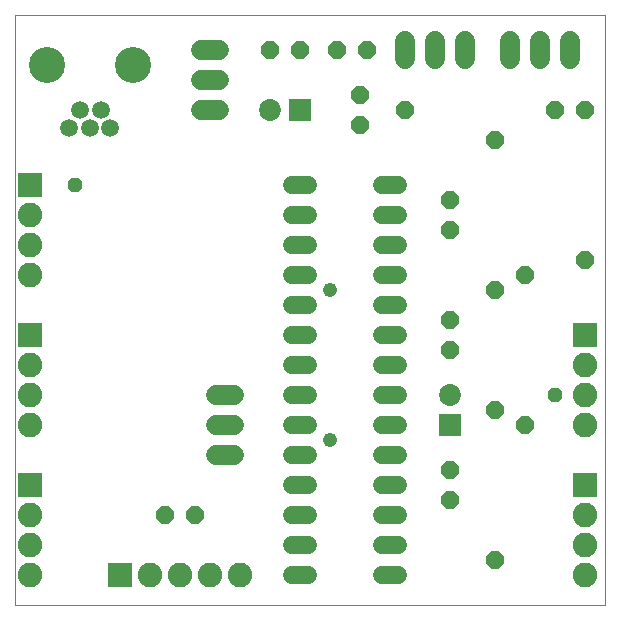
<source format=gbs>
G75*
G70*
%OFA0B0*%
%FSLAX24Y24*%
%IPPOS*%
%LPD*%
%AMOC8*
5,1,8,0,0,1.08239X$1,22.5*
%
%ADD10C,0.0000*%
%ADD11C,0.0600*%
%ADD12OC8,0.0600*%
%ADD13R,0.0730X0.0730*%
%ADD14C,0.0730*%
%ADD15C,0.0680*%
%ADD16R,0.0820X0.0820*%
%ADD17C,0.0820*%
%ADD18C,0.0595*%
%ADD19C,0.1202*%
%ADD20OC8,0.0476*%
%ADD21C,0.0476*%
D10*
X000816Y000312D02*
X000816Y019997D01*
X020501Y019997D01*
X020501Y000312D01*
X000816Y000312D01*
D11*
X010056Y001312D02*
X010576Y001312D01*
X010576Y002312D02*
X010056Y002312D01*
X010056Y003312D02*
X010576Y003312D01*
X010576Y004312D02*
X010056Y004312D01*
X010056Y005312D02*
X010576Y005312D01*
X010576Y006312D02*
X010056Y006312D01*
X010056Y007312D02*
X010576Y007312D01*
X010576Y008312D02*
X010056Y008312D01*
X010056Y009312D02*
X010576Y009312D01*
X010576Y010312D02*
X010056Y010312D01*
X010056Y011312D02*
X010576Y011312D01*
X010576Y012312D02*
X010056Y012312D01*
X010056Y013312D02*
X010576Y013312D01*
X010576Y014312D02*
X010056Y014312D01*
X013056Y014312D02*
X013576Y014312D01*
X013576Y013312D02*
X013056Y013312D01*
X013056Y012312D02*
X013576Y012312D01*
X013576Y011312D02*
X013056Y011312D01*
X013056Y010312D02*
X013576Y010312D01*
X013576Y009312D02*
X013056Y009312D01*
X013056Y008312D02*
X013576Y008312D01*
X013576Y007312D02*
X013056Y007312D01*
X013056Y006312D02*
X013576Y006312D01*
X013576Y005312D02*
X013056Y005312D01*
X013056Y004312D02*
X013576Y004312D01*
X013576Y003312D02*
X013056Y003312D01*
X013056Y002312D02*
X013576Y002312D01*
X013576Y001312D02*
X013056Y001312D01*
D12*
X015316Y003812D03*
X015316Y004812D03*
X016816Y006812D03*
X017816Y006312D03*
X015316Y008812D03*
X015316Y009812D03*
X016816Y010812D03*
X017816Y011312D03*
X019816Y011812D03*
X016816Y015812D03*
X018816Y016812D03*
X019816Y016812D03*
X015316Y013812D03*
X015316Y012812D03*
X012316Y016312D03*
X012316Y017312D03*
X012566Y018812D03*
X011566Y018812D03*
X010316Y018812D03*
X009316Y018812D03*
X013816Y016812D03*
X006816Y003312D03*
X005816Y003312D03*
X016816Y001812D03*
D13*
X015316Y006312D03*
X010316Y016812D03*
D14*
X009316Y016812D03*
X015316Y007312D03*
D15*
X008116Y007312D02*
X007516Y007312D01*
X007516Y006312D02*
X008116Y006312D01*
X008116Y005312D02*
X007516Y005312D01*
X007616Y016812D02*
X007016Y016812D01*
X007016Y017812D02*
X007616Y017812D01*
X007616Y018812D02*
X007016Y018812D01*
X013816Y019112D02*
X013816Y018512D01*
X014816Y018512D02*
X014816Y019112D01*
X015816Y019112D02*
X015816Y018512D01*
X017316Y018512D02*
X017316Y019112D01*
X018316Y019112D02*
X018316Y018512D01*
X019316Y018512D02*
X019316Y019112D01*
D16*
X019816Y009312D03*
X019816Y004312D03*
X004316Y001312D03*
X001316Y004312D03*
X001316Y009312D03*
X001316Y014312D03*
D17*
X001316Y013312D03*
X001316Y012312D03*
X001316Y011312D03*
X001316Y008312D03*
X001316Y007312D03*
X001316Y006312D03*
X001316Y003312D03*
X001316Y002312D03*
X001316Y001312D03*
X005316Y001312D03*
X006316Y001312D03*
X007316Y001312D03*
X008316Y001312D03*
X019816Y001312D03*
X019816Y002312D03*
X019816Y003312D03*
X019816Y006312D03*
X019816Y007312D03*
X019816Y008312D03*
D18*
X003986Y016212D03*
X003316Y016212D03*
X002616Y016212D03*
X002986Y016832D03*
X003676Y016832D03*
D19*
X004753Y018312D03*
X001879Y018312D03*
D20*
X002816Y014312D03*
X018816Y007312D03*
D21*
X011316Y005812D03*
X011316Y010812D03*
M02*

</source>
